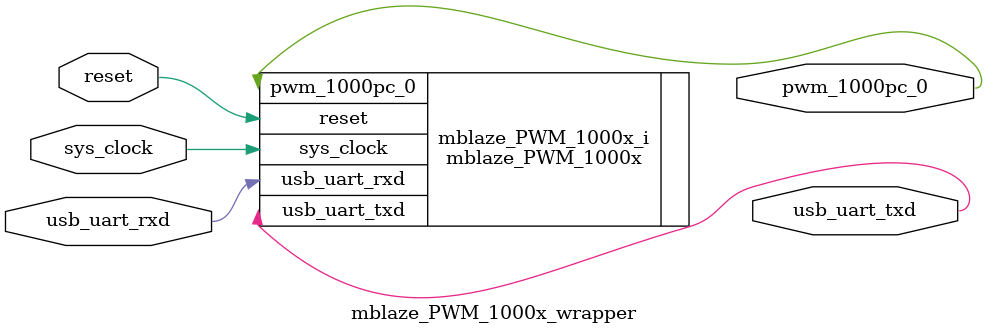
<source format=v>
`timescale 1 ps / 1 ps

module mblaze_PWM_1000x_wrapper
   (pwm_1000pc_0,
    reset,
    sys_clock,
    usb_uart_rxd,
    usb_uart_txd);
  output pwm_1000pc_0;
  input reset;
  input sys_clock;
  input usb_uart_rxd;
  output usb_uart_txd;

  wire pwm_1000pc_0;
  wire reset;
  wire sys_clock;
  wire usb_uart_rxd;
  wire usb_uart_txd;

  mblaze_PWM_1000x mblaze_PWM_1000x_i
       (.pwm_1000pc_0(pwm_1000pc_0),
        .reset(reset),
        .sys_clock(sys_clock),
        .usb_uart_rxd(usb_uart_rxd),
        .usb_uart_txd(usb_uart_txd));
endmodule

</source>
